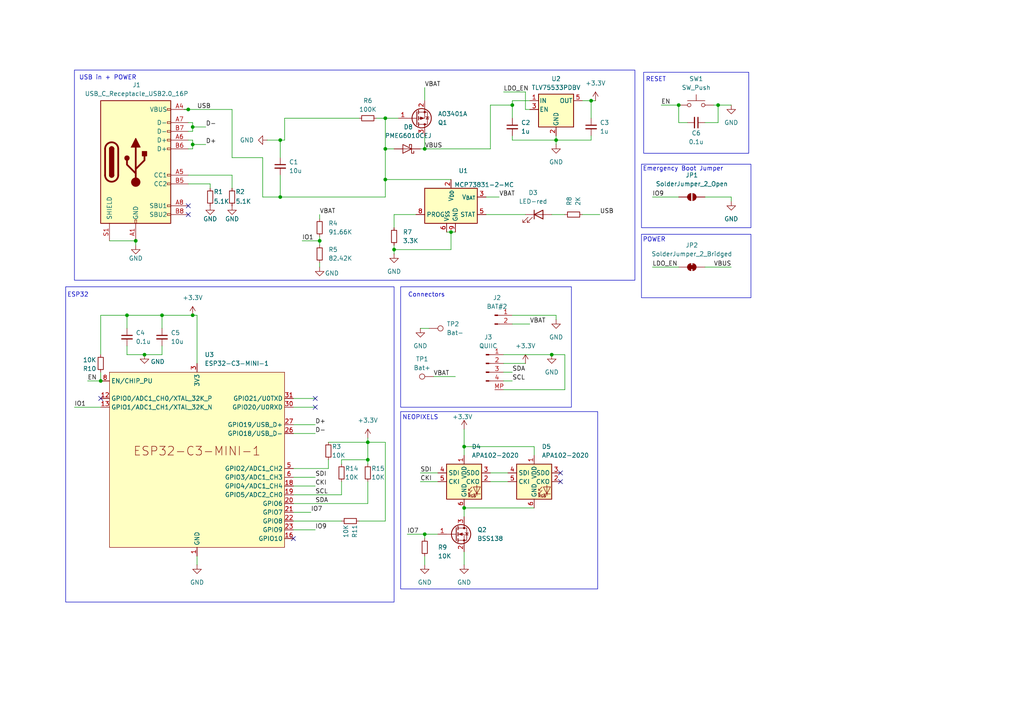
<source format=kicad_sch>
(kicad_sch (version 20231120) (generator "eeschema") (generator_version "8.0")
  (paper "A4")
  (lib_symbols
    (symbol "Battery_Management:MCP73831-2-MC"
      (property "Reference" "U" (at -7.62 6.35 0))
      (property "Value" "MCP73831-2-MC" (at 1.27 6.35 0))
      (symbol "MCP73831-2-MC_0_1"
        (rectangle (start -7.62 5.08) (end 7.62 -5.08) (stroke (width 0.254)) (fill (type background)))
      )
      (symbol "MCP73831-2-MC_1_0"
        (pin power_in line (at 1.27 -7.62 90) (length 2.54) (name "GND") (number "9"))
      )
      (symbol "MCP73831-2-MC_1_1"
        (pin passive line (at 0 7.62 270) (length 2.54) hide (name "V_{DD}") (number "1"))
        (pin power_in line (at 0 7.62 270) (length 2.54) (name "V_{DD}") (number "2"))
        (pin power_out line (at 10.16 2.54 180) (length 2.54) (name "V_{BAT}") (number "3"))
        (pin passive line (at 10.16 2.54 180) (length 2.54) hide (name "V_{BAT}") (number "4"))
        (pin tri_state line (at 10.16 -2.54 180) (length 2.54) (name "STAT") (number "5"))
        (pin power_in line (at -1.27 -7.62 90) (length 2.54) (name "V_{SS}") (number "6"))
        (pin no_connect line (at -7.62 2.54 0) (length 2.54) hide (name "NC") (number "7"))
        (pin input line (at -10.16 -2.54 0) (length 2.54) (name "PROG") (number "8"))
      )
    )
    (symbol "Connector:Conn_01x02_Pin" (pin_names (offset 1.016) hide)
      (property "Reference" "J" (at 0 2.54 0))
      (property "Value" "Conn_01x02_Pin" (at 0 -5.08 0))
      (symbol "Conn_01x02_Pin_1_1"
        (polyline (pts (xy 1.27 -2.54) (xy 0.8636 -2.54)) (stroke (width 0.1524)))
        (polyline (pts (xy 1.27 0) (xy 0.8636 0)) (stroke (width 0.1524)))
        (rectangle (start 0.8636 -2.413) (end 0 -2.667) (stroke (width 0.1524)) (fill (type outline)))
        (rectangle (start 0.8636 0.127) (end 0 -0.127) (stroke (width 0.1524)) (fill (type outline)))
        (pin passive line (at 5.08 0 180) (length 3.81) (name "Pin_1") (number "1"))
        (pin passive line (at 5.08 -2.54 180) (length 3.81) (name "Pin_2") (number "2"))
      )
    )
    (symbol "Connector:Conn_01x04_Pin" (pin_names (offset 1.016) hide)
      (property "Reference" "J3" (at 0.635 7.62 0))
      (property "Value" "QUIIC" (at 0.635 5.08 0))
      (symbol "Conn_01x04_Pin_1_0"
        (pin passive line (at 5.08 -7.62 180) (length 2.54) (name "MP") (number "MP"))
      )
      (symbol "Conn_01x04_Pin_1_1"
        (polyline (pts (xy 1.27 -5.08) (xy 0.8636 -5.08)) (stroke (width 0.1524)))
        (polyline (pts (xy 1.27 -2.54) (xy 0.8636 -2.54)) (stroke (width 0.1524)))
        (polyline (pts (xy 1.27 0) (xy 0.8636 0)) (stroke (width 0.1524)))
        (polyline (pts (xy 1.27 2.54) (xy 0.8636 2.54)) (stroke (width 0.1524)))
        (rectangle (start 0.8636 -4.953) (end 0 -5.207) (stroke (width 0.1524)) (fill (type outline)))
        (rectangle (start 0.8636 -2.413) (end 0 -2.667) (stroke (width 0.1524)) (fill (type outline)))
        (rectangle (start 0.8636 0.127) (end 0 -0.127) (stroke (width 0.1524)) (fill (type outline)))
        (rectangle (start 0.8636 2.667) (end 0 2.413) (stroke (width 0.1524)) (fill (type outline)))
        (pin passive line (at 5.08 2.54 180) (length 3.81) (name "Pin_1") (number "1"))
        (pin passive line (at 5.08 0 180) (length 3.81) (name "Pin_2") (number "2"))
        (pin passive line (at 5.08 -2.54 180) (length 3.81) (name "Pin_3") (number "3"))
        (pin passive line (at 5.08 -5.08 180) (length 3.81) (name "Pin_4") (number "4"))
      )
    )
    (symbol "Connector:TestPoint" (pin_numbers hide) (pin_names (offset 0.762) hide)
      (property "Reference" "TP" (at 0 6.858 0))
      (property "Value" "TestPoint" (at 0 5.08 0))
      (symbol "TestPoint_0_1"
        (circle (center 0 3.302) (radius 0.762))
      )
      (symbol "TestPoint_1_1"
        (pin passive line (at 0 0 90) (length 2.54) (name "1") (number "1"))
      )
    )
    (symbol "Connector:USB_C_Receptacle_USB2.0_16P" (pin_names (offset 1.016))
      (property "Reference" "J2" (at 0 22.86 0))
      (property "Value" "USB_C_Receptacle_USB2.0_16P" (at 0 20.32 0))
      (symbol "USB_C_Receptacle_USB2.0_16P_0_0"
        (rectangle (start -24.384 -35.56) (end -23.876 -34.544))
        (rectangle (start -13.97 -32.766) (end -14.986 -33.274))
        (rectangle (start -13.97 -30.226) (end -14.986 -30.734))
        (rectangle (start -13.97 -23.876) (end -14.986 -24.384))
        (rectangle (start -13.97 -21.336) (end -14.986 -21.844))
        (rectangle (start -13.97 -13.716) (end -14.986 -14.224))
        (rectangle (start -13.97 -11.176) (end -14.986 -11.684))
        (rectangle (start -13.97 -8.636) (end -14.986 -9.144))
        (rectangle (start -13.97 -6.096) (end -14.986 -6.604))
        (rectangle (start -13.97 -2.286) (end -14.986 -2.794))
      )
      (symbol "USB_C_Receptacle_USB2.0_16P_0_1"
        (rectangle (start -34.29 0) (end -13.97 -35.56) (stroke (width 0.254)) (fill (type background)))
        (arc (start -33.02 -21.59) (mid -31.115 -23.4867) (end -29.21 -21.59) (stroke (width 0.508)))
        (arc (start -31.75 -21.59) (mid -31.115 -22.2223) (end -30.48 -21.59) (stroke (width 0.254)))
        (arc (start -31.75 -21.59) (mid -31.115 -22.2223) (end -30.48 -21.59) (stroke (width 0.254)) (fill (type outline)))
        (rectangle (start -31.75 -21.59) (end -30.48 -13.97) (stroke (width 0.254)) (fill (type outline)))
        (arc (start -30.48 -13.97) (mid -31.115 -13.3377) (end -31.75 -13.97) (stroke (width 0.254)))
        (arc (start -30.48 -13.97) (mid -31.115 -13.3377) (end -31.75 -13.97) (stroke (width 0.254)) (fill (type outline)))
        (arc (start -29.21 -13.97) (mid -31.115 -12.0733) (end -33.02 -13.97) (stroke (width 0.508)))
        (circle (center -26.67 -16.637) (radius 0.635) (stroke (width 0.254)) (fill (type outline)))
        (circle (center -24.13 -23.622) (radius 1.27) (fill (type outline)))
        (rectangle (start -22.225 -16.002) (end -20.955 -14.732) (stroke (width 0.254)) (fill (type outline)))
        (polyline (pts (xy -33.02 -21.59) (xy -33.02 -13.97)) (stroke (width 0.508)))
        (polyline (pts (xy -29.21 -13.97) (xy -29.21 -21.59)) (stroke (width 0.508)))
        (polyline (pts (xy -24.13 -23.622) (xy -24.13 -13.462)) (stroke (width 0.508)))
        (polyline (pts (xy -24.13 -21.082) (xy -26.67 -18.542) (xy -26.67 -17.272)) (stroke (width 0.508)))
        (polyline (pts (xy -24.13 -19.812) (xy -21.59 -17.272) (xy -21.59 -16.002)) (stroke (width 0.508)))
        (polyline (pts (xy -25.4 -13.462) (xy -24.13 -10.922) (xy -22.86 -13.462) (xy -25.4 -13.462)) (stroke (width 0.254)) (fill (type outline)))
      )
      (symbol "USB_C_Receptacle_USB2.0_16P_1_1"
        (pin passive line (at -24.13 -40.64 90) (length 5.08) (name "GND") (number "A1"))
        (pin passive line (at -24.13 -40.64 90) (length 5.08) hide (name "GND") (number "A12"))
        (pin passive line (at -8.89 -2.54 180) (length 5.08) (name "VBUS") (number "A4"))
        (pin bidirectional line (at -8.89 -21.59 180) (length 5.08) (name "CC1") (number "A5"))
        (pin bidirectional line (at -8.89 -11.43 180) (length 5.08) (name "D+") (number "A6"))
        (pin bidirectional line (at -8.89 -6.35 180) (length 5.08) (name "D-") (number "A7"))
        (pin bidirectional line (at -8.89 -30.48 180) (length 5.08) (name "SBU1") (number "A8"))
        (pin passive line (at -8.89 -2.54 180) (length 5.08) hide (name "VBUS") (number "A9"))
        (pin passive line (at -24.13 -40.64 90) (length 5.08) hide (name "GND") (number "B1"))
        (pin passive line (at -24.13 -40.64 90) (length 5.08) hide (name "GND") (number "B12"))
        (pin passive line (at -8.89 -2.54 180) (length 5.08) hide (name "VBUS") (number "B4"))
        (pin bidirectional line (at -8.89 -24.13 180) (length 5.08) (name "CC2") (number "B5"))
        (pin bidirectional line (at -8.89 -13.97 180) (length 5.08) (name "D+") (number "B6"))
        (pin bidirectional line (at -8.89 -8.89 180) (length 5.08) (name "D-") (number "B7"))
        (pin bidirectional line (at -8.89 -33.02 180) (length 5.08) (name "SBU2") (number "B8"))
        (pin passive line (at -8.89 -2.54 180) (length 5.08) hide (name "VBUS") (number "B9"))
        (pin passive line (at -31.75 -40.64 90) (length 5.08) (name "SHIELD") (number "S1"))
      )
    )
    (symbol "Device:C_Small" (pin_numbers hide) (pin_names (offset 0.254) hide)
      (property "Reference" "C" (at 0.254 1.778 0))
      (property "Value" "C_Small" (at 0.254 -2.032 0))
      (symbol "C_Small_0_1"
        (polyline (pts (xy -1.524 -0.508) (xy 1.524 -0.508)) (stroke (width 0.3302)))
        (polyline (pts (xy -1.524 0.508) (xy 1.524 0.508)) (stroke (width 0.3048)))
      )
      (symbol "C_Small_1_1"
        (pin passive line (at 0 2.54 270) (length 2.032) (name "~") (number "1"))
        (pin passive line (at 0 -2.54 90) (length 2.032) (name "~") (number "2"))
      )
    )
    (symbol "Device:LED" (pin_numbers hide) (pin_names (offset 1.016) hide)
      (property "Reference" "D" (at 0 2.54 0))
      (property "Value" "LED" (at 0 -2.54 0))
      (symbol "LED_0_1"
        (polyline (pts (xy -1.27 -1.27) (xy -1.27 1.27)) (stroke (width 0.254)))
        (polyline (pts (xy -1.27 0) (xy 1.27 0)))
        (polyline (pts (xy 1.27 -1.27) (xy 1.27 1.27) (xy -1.27 0) (xy 1.27 -1.27)) (stroke (width 0.254)))
        (polyline (pts (xy -3.048 -0.762) (xy -4.572 -2.286) (xy -3.81 -2.286) (xy -4.572 -2.286) (xy -4.572 -1.524)))
        (polyline (pts (xy -1.778 -0.762) (xy -3.302 -2.286) (xy -2.54 -2.286) (xy -3.302 -2.286) (xy -3.302 -1.524)))
      )
      (symbol "LED_1_1"
        (pin passive line (at -3.81 0 0) (length 2.54) (name "K") (number "1"))
        (pin passive line (at 3.81 0 180) (length 2.54) (name "A") (number "2"))
      )
    )
    (symbol "Device:R_Small" (pin_numbers hide) (pin_names (offset 0.254) hide)
      (property "Reference" "R" (at 0.762 0.508 0))
      (property "Value" "R_Small" (at 0.762 -1.016 0))
      (symbol "R_Small_0_1"
        (rectangle (start -0.762 1.778) (end 0.762 -1.778) (stroke (width 0.2032)))
      )
      (symbol "R_Small_1_1"
        (pin passive line (at 0 2.54 270) (length 0.762) (name "~") (number "1"))
        (pin passive line (at 0 -2.54 90) (length 0.762) (name "~") (number "2"))
      )
    )
    (symbol "Diode:PMEG6010CEJ" (pin_numbers hide) (pin_names hide)
      (property "Reference" "D" (at 0 2.54 0))
      (property "Value" "PMEG6010CEJ" (at 0 -2.54 0))
      (symbol "PMEG6010CEJ_0_1"
        (polyline (pts (xy 1.27 0) (xy -1.27 0)))
        (polyline (pts (xy 1.27 1.27) (xy 1.27 -1.27) (xy -1.27 0) (xy 1.27 1.27)) (stroke (width 0.2032)))
        (polyline (pts (xy -1.905 0.635) (xy -1.905 1.27) (xy -1.27 1.27) (xy -1.27 -1.27) (xy -0.635 -1.27) (xy -0.635 -0.635)) (stroke (width 0.2032)))
      )
      (symbol "PMEG6010CEJ_1_1"
        (pin passive line (at -3.81 0 0) (length 2.54) (name "K") (number "1"))
        (pin passive line (at 3.81 0 180) (length 2.54) (name "A") (number "2"))
      )
    )
    (symbol "Espressif:ESP32-C3-MINI-1"
      (property "Reference" "U" (at -25.4 30.48 0))
      (property "Value" "ESP32-C3-MINI-1" (at -25.4 27.94 0))
      (symbol "ESP32-C3-MINI-1_0_0"
        (text "ESP32-C3-MINI-1" (at 0 2.54 0) (effects (font (size 2.54 2.54))))
      )
      (symbol "ESP32-C3-MINI-1_0_1"
        (rectangle (start -25.4 25.4) (end 25.4 -25.4) (fill (type background)))
      )
      (symbol "ESP32-C3-MINI-1_1_1"
        (pin power_in line (at 0 -27.94 90) (length 2.54) (name "GND") (number "1"))
        (pin no_connect line (at -25.4 2.54 0) (length 2.54) hide (name "NC") (number "10"))
        (pin passive line (at 0 -27.94 90) (length 2.54) hide (name "GND") (number "11"))
        (pin bidirectional line (at -27.94 17.78 0) (length 2.54) (name "GPIO0/ADC1_CH0/XTAL_32K_P") (number "12"))
        (pin bidirectional line (at -27.94 15.24 0) (length 2.54) (name "GPIO1/ADC1_CH1/XTAL_32K_N") (number "13"))
        (pin passive line (at 0 -27.94 90) (length 2.54) hide (name "GND") (number "14"))
        (pin no_connect line (at -25.4 0 0) (length 2.54) hide (name "NC") (number "15"))
        (pin bidirectional line (at 27.94 -22.86 180) (length 2.54) (name "GPIO10") (number "16"))
        (pin no_connect line (at -25.4 -2.54 0) (length 2.54) hide (name "NC") (number "17"))
        (pin bidirectional line (at 27.94 -7.62 180) (length 2.54) (name "GPIO4/ADC1_CH4") (number "18"))
        (pin bidirectional line (at 27.94 -10.16 180) (length 2.54) (name "GPIO5/ADC2_CH0") (number "19"))
        (pin passive line (at 0 -27.94 90) (length 2.54) hide (name "GND") (number "2"))
        (pin bidirectional line (at 27.94 -12.7 180) (length 2.54) (name "GPIO6") (number "20"))
        (pin bidirectional line (at 27.94 -15.24 180) (length 2.54) (name "GPIO7") (number "21"))
        (pin bidirectional line (at 27.94 -17.78 180) (length 2.54) (name "GPIO8") (number "22"))
        (pin bidirectional line (at 27.94 -20.32 180) (length 2.54) (name "GPIO9") (number "23"))
        (pin no_connect line (at -25.4 -5.08 0) (length 2.54) hide (name "NC") (number "24"))
        (pin no_connect line (at -25.4 -7.62 0) (length 2.54) hide (name "NC") (number "25"))
        (pin bidirectional line (at 27.94 7.62 180) (length 2.54) (name "GPIO18/USB_D-") (number "26"))
        (pin bidirectional line (at 27.94 10.16 180) (length 2.54) (name "GPIO19/USB_D+") (number "27"))
        (pin no_connect line (at -25.4 -10.16 0) (length 2.54) hide (name "NC") (number "28"))
        (pin no_connect line (at -25.4 -12.7 0) (length 2.54) hide (name "NC") (number "29"))
        (pin power_in line (at 0 27.94 270) (length 2.54) (name "3V3") (number "3"))
        (pin bidirectional line (at 27.94 15.24 180) (length 2.54) (name "GPIO20/U0RXD") (number "30"))
        (pin bidirectional line (at 27.94 17.78 180) (length 2.54) (name "GPIO21/U0TXD") (number "31"))
        (pin no_connect line (at -25.4 -15.24 0) (length 2.54) hide (name "NC") (number "32"))
        (pin no_connect line (at -25.4 -17.78 0) (length 2.54) hide (name "NC") (number "33"))
        (pin no_connect line (at -25.4 -20.32 0) (length 2.54) hide (name "NC") (number "34"))
        (pin no_connect line (at -25.4 -22.86 0) (length 2.54) hide (name "NC") (number "35"))
        (pin passive line (at 0 -27.94 90) (length 2.54) hide (name "GND") (number "36"))
        (pin passive line (at 0 -27.94 90) (length 2.54) hide (name "GND") (number "37"))
        (pin passive line (at 0 -27.94 90) (length 2.54) hide (name "GND") (number "38"))
        (pin passive line (at 0 -27.94 90) (length 2.54) hide (name "GND") (number "39"))
        (pin no_connect line (at -25.4 10.16 0) (length 2.54) hide (name "NC") (number "4"))
        (pin passive line (at 0 -27.94 90) (length 2.54) hide (name "GND") (number "40"))
        (pin passive line (at 0 -27.94 90) (length 2.54) hide (name "GND") (number "41"))
        (pin passive line (at 0 -27.94 90) (length 2.54) hide (name "GND") (number "42"))
        (pin passive line (at 0 -27.94 90) (length 2.54) hide (name "GND") (number "43"))
        (pin passive line (at 0 -27.94 90) (length 2.54) hide (name "GND") (number "44"))
        (pin passive line (at 0 -27.94 90) (length 2.54) hide (name "GND") (number "45"))
        (pin passive line (at 0 -27.94 90) (length 2.54) hide (name "GND") (number "46"))
        (pin passive line (at 0 -27.94 90) (length 2.54) hide (name "GND") (number "47"))
        (pin passive line (at 0 -27.94 90) (length 2.54) hide (name "GND") (number "48"))
        (pin passive line (at 0 -27.94 90) (length 2.54) hide (name "GND") (number "49"))
        (pin bidirectional line (at 27.94 -2.54 180) (length 2.54) (name "GPIO2/ADC1_CH2") (number "5"))
        (pin passive line (at 0 -27.94 90) (length 2.54) hide (name "GND") (number "50"))
        (pin passive line (at 0 -27.94 90) (length 2.54) hide (name "GND") (number "51"))
        (pin passive line (at 0 -27.94 90) (length 2.54) hide (name "GND") (number "52"))
        (pin passive line (at 0 -27.94 90) (length 2.54) hide (name "GND") (number "53"))
        (pin bidirectional line (at 27.94 -5.08 180) (length 2.54) (name "GPIO3/ADC1_CH3") (number "6"))
        (pin no_connect line (at -25.4 7.62 0) (length 2.54) hide (name "NC") (number "7"))
        (pin input line (at -27.94 22.86 0) (length 2.54) (name "EN/CHIP_PU") (number "8"))
        (pin no_connect line (at -25.4 5.08 0) (length 2.54) hide (name "NC") (number "9"))
      )
    )
    (symbol "Jumper:SolderJumper_2_Bridged" (pin_numbers hide) (pin_names (offset 0) hide) (exclude_from_sim yes) (in_bom no)
      (property "Reference" "JP" (at 0 2.032 0))
      (property "Value" "SolderJumper_2_Bridged" (at 0 -2.54 0))
      (symbol "SolderJumper_2_Bridged_0_1"
        (rectangle (start -0.508 0.508) (end 0.508 -0.508) (fill (type outline)))
        (arc (start -0.254 1.016) (mid -1.2656 0) (end -0.254 -1.016))
        (arc (start -0.254 1.016) (mid -1.2656 0) (end -0.254 -1.016) (fill (type outline)))
        (polyline (pts (xy -0.254 1.016) (xy -0.254 -1.016)))
        (polyline (pts (xy 0.254 1.016) (xy 0.254 -1.016)))
        (arc (start 0.254 -1.016) (mid 1.2656 0) (end 0.254 1.016))
        (arc (start 0.254 -1.016) (mid 1.2656 0) (end 0.254 1.016) (fill (type outline)))
      )
      (symbol "SolderJumper_2_Bridged_1_1"
        (pin passive line (at -3.81 0 0) (length 2.54) (name "A") (number "1"))
        (pin passive line (at 3.81 0 180) (length 2.54) (name "B") (number "2"))
      )
    )
    (symbol "Jumper:SolderJumper_2_Open" (pin_numbers hide) (pin_names (offset 0) hide) (exclude_from_sim yes) (in_bom no)
      (property "Reference" "JP" (at 0 2.032 0))
      (property "Value" "SolderJumper_2_Open" (at 0 -2.54 0))
      (symbol "SolderJumper_2_Open_0_1"
        (arc (start -0.254 1.016) (mid -1.2656 0) (end -0.254 -1.016))
        (arc (start -0.254 1.016) (mid -1.2656 0) (end -0.254 -1.016) (fill (type outline)))
        (polyline (pts (xy -0.254 1.016) (xy -0.254 -1.016)))
        (polyline (pts (xy 0.254 1.016) (xy 0.254 -1.016)))
        (arc (start 0.254 -1.016) (mid 1.2656 0) (end 0.254 1.016))
        (arc (start 0.254 -1.016) (mid 1.2656 0) (end 0.254 1.016) (fill (type outline)))
      )
      (symbol "SolderJumper_2_Open_1_1"
        (pin passive line (at -3.81 0 0) (length 2.54) (name "A") (number "1"))
        (pin passive line (at 3.81 0 180) (length 2.54) (name "B") (number "2"))
      )
    )
    (symbol "LED:APA102-2020"
      (property "Reference" "D" (at 5.08 5.715 0))
      (property "Value" "APA102-2020" (at 1.27 -5.715 0))
      (symbol "APA102-2020_0_0"
        (text "RGB" (at 2.286 -4.191 0) (effects (font (size 0.762 0.762))))
      )
      (symbol "APA102-2020_0_1"
        (polyline (pts (xy 1.27 -3.556) (xy 1.778 -3.556)))
        (polyline (pts (xy 1.27 -2.54) (xy 1.778 -2.54)))
        (polyline (pts (xy 4.699 -3.556) (xy 2.667 -3.556)))
        (polyline (pts (xy 2.286 -2.54) (xy 1.27 -3.556) (xy 1.27 -3.048)))
        (polyline (pts (xy 2.286 -1.524) (xy 1.27 -2.54) (xy 1.27 -2.032)))
        (polyline (pts (xy 3.683 -1.016) (xy 3.683 -3.556) (xy 3.683 -4.064)))
        (polyline (pts (xy 4.699 -1.524) (xy 2.667 -1.524) (xy 3.683 -3.556) (xy 4.699 -1.524)))
        (rectangle (start 5.08 5.08) (end -5.08 -5.08) (stroke (width 0.254)) (fill (type background)))
      )
      (symbol "APA102-2020_1_1"
        (pin power_in line (at 0 7.62 270) (length 2.54) (name "VDD") (number "1"))
        (pin output line (at 7.62 0 180) (length 2.54) (name "CKO") (number "2"))
        (pin output line (at 7.62 2.54 180) (length 2.54) (name "SDO") (number "3"))
        (pin input line (at -7.62 2.54 0) (length 2.54) (name "SDI") (number "4"))
        (pin input line (at -7.62 0 0) (length 2.54) (name "CKI") (number "5"))
        (pin power_in line (at 0 -7.62 90) (length 2.54) (name "GND") (number "6"))
      )
    )
    (symbol "Regulator_Linear:TLV75533PDBV" (pin_names (offset 0.254))
      (property "Reference" "U" (at -3.81 5.715 0))
      (property "Value" "TLV75533PDBV" (at 0 5.715 0))
      (symbol "TLV75533PDBV_0_1"
        (rectangle (start -5.08 4.445) (end 5.08 -5.08) (stroke (width 0.254)) (fill (type background)))
      )
      (symbol "TLV75533PDBV_1_1"
        (pin power_in line (at -7.62 2.54 0) (length 2.54) (name "IN") (number "1"))
        (pin power_in line (at 0 -7.62 90) (length 2.54) (name "GND") (number "2"))
        (pin input line (at -7.62 0 0) (length 2.54) (name "EN") (number "3"))
        (pin no_connect line (at 5.08 0 180) (length 2.54) hide (name "NC") (number "4"))
        (pin power_out line (at 7.62 2.54 180) (length 2.54) (name "OUT") (number "5"))
      )
    )
    (symbol "Switch:SW_Push" (pin_numbers hide) (pin_names (offset 1.016) hide)
      (property "Reference" "SW" (at 1.27 2.54 0))
      (property "Value" "SW_Push" (at 0 -1.524 0))
      (symbol "SW_Push_0_1"
        (circle (center -2.032 0) (radius 0.508))
        (polyline (pts (xy 0 1.27) (xy 0 3.048)))
        (polyline (pts (xy 2.54 1.27) (xy -2.54 1.27)))
        (circle (center 2.032 0) (radius 0.508))
        (pin passive line (at -5.08 0 0) (length 2.54) (name "1") (number "1"))
        (pin passive line (at 5.08 0 180) (length 2.54) (name "2") (number "2"))
      )
    )
    (symbol "Transistor_FET:AO3401A" (pin_names hide)
      (property "Reference" "Q" (at 5.08 1.905 0))
      (property "Value" "AO3401A" (at 5.08 0 0))
      (symbol "AO3401A_0_1"
        (polyline (pts (xy 0.254 0) (xy -2.54 0)))
        (polyline (pts (xy 0.254 1.905) (xy 0.254 -1.905)) (stroke (width 0.254)))
        (polyline (pts (xy 0.762 -1.27) (xy 0.762 -2.286)) (stroke (width 0.254)))
        (polyline (pts (xy 0.762 0.508) (xy 0.762 -0.508)) (stroke (width 0.254)))
        (polyline (pts (xy 0.762 2.286) (xy 0.762 1.27)) (stroke (width 0.254)))
        (polyline (pts (xy 2.54 2.54) (xy 2.54 1.778)))
        (polyline (pts (xy 2.54 -2.54) (xy 2.54 0) (xy 0.762 0)))
        (polyline (pts (xy 0.762 1.778) (xy 3.302 1.778) (xy 3.302 -1.778) (xy 0.762 -1.778)))
        (polyline (pts (xy 2.286 0) (xy 1.27 0.381) (xy 1.27 -0.381) (xy 2.286 0)) (fill (type outline)))
        (polyline (pts (xy 2.794 -0.508) (xy 2.921 -0.381) (xy 3.683 -0.381) (xy 3.81 -0.254)))
        (polyline (pts (xy 3.302 -0.381) (xy 2.921 0.254) (xy 3.683 0.254) (xy 3.302 -0.381)))
        (circle (center 1.651 0) (radius 2.794) (stroke (width 0.254)))
        (circle (center 2.54 -1.778) (radius 0.254) (fill (type outline)))
        (circle (center 2.54 1.778) (radius 0.254) (fill (type outline)))
      )
      (symbol "AO3401A_1_1"
        (pin input line (at -5.08 0 0) (length 2.54) (name "G") (number "1"))
        (pin passive line (at 2.54 -5.08 90) (length 2.54) (name "S") (number "2"))
        (pin passive line (at 2.54 5.08 270) (length 2.54) (name "D") (number "3"))
      )
    )
    (symbol "Transistor_FET:BSS138" (pin_names hide)
      (property "Reference" "Q" (at 5.08 1.905 0))
      (property "Value" "BSS138" (at 5.08 0 0))
      (symbol "BSS138_0_1"
        (polyline (pts (xy 0.254 0) (xy -2.54 0)))
        (polyline (pts (xy 0.254 1.905) (xy 0.254 -1.905)) (stroke (width 0.254)))
        (polyline (pts (xy 0.762 -1.27) (xy 0.762 -2.286)) (stroke (width 0.254)))
        (polyline (pts (xy 0.762 0.508) (xy 0.762 -0.508)) (stroke (width 0.254)))
        (polyline (pts (xy 0.762 2.286) (xy 0.762 1.27)) (stroke (width 0.254)))
        (polyline (pts (xy 2.54 2.54) (xy 2.54 1.778)))
        (polyline (pts (xy 2.54 -2.54) (xy 2.54 0) (xy 0.762 0)))
        (polyline (pts (xy 0.762 -1.778) (xy 3.302 -1.778) (xy 3.302 1.778) (xy 0.762 1.778)))
        (polyline (pts (xy 1.016 0) (xy 2.032 0.381) (xy 2.032 -0.381) (xy 1.016 0)) (fill (type outline)))
        (polyline (pts (xy 2.794 0.508) (xy 2.921 0.381) (xy 3.683 0.381) (xy 3.81 0.254)))
        (polyline (pts (xy 3.302 0.381) (xy 2.921 -0.254) (xy 3.683 -0.254) (xy 3.302 0.381)))
        (circle (center 1.651 0) (radius 2.794) (stroke (width 0.254)))
        (circle (center 2.54 -1.778) (radius 0.254) (fill (type outline)))
        (circle (center 2.54 1.778) (radius 0.254) (fill (type outline)))
      )
      (symbol "BSS138_1_1"
        (pin input line (at -5.08 0 0) (length 2.54) (name "G") (number "1"))
        (pin passive line (at 2.54 -5.08 90) (length 2.54) (name "S") (number "2"))
        (pin passive line (at 2.54 5.08 270) (length 2.54) (name "D") (number "3"))
      )
    )
    (symbol "power:+3.3V" (power) (pin_numbers hide) (pin_names (offset 0) hide)
      (property "Value" "+3.3V" (at 0 3.556 0))
      (symbol "+3.3V_0_1"
        (polyline (pts (xy -0.762 1.27) (xy 0 2.54)))
        (polyline (pts (xy 0 0) (xy 0 2.54)))
        (polyline (pts (xy 0 2.54) (xy 0.762 1.27)))
      )
      (symbol "+3.3V_1_1"
        (pin power_in line (at 0 0 90) (length 0) (name "~") (number "1"))
      )
    )
    (symbol "power:GND" (power) (pin_numbers hide) (pin_names (offset 0) hide)
      (property "Value" "GND" (at 0 -3.81 0))
      (symbol "GND_0_1"
        (polyline (pts (xy 0 0) (xy 0 -1.27) (xy 1.27 -1.27) (xy 0 -2.54) (xy -1.27 -1.27) (xy 0 -1.27)))
      )
      (symbol "GND_1_1"
        (pin power_in line (at 0 0 270) (length 0) (name "~") (number "1"))
      )
    )
  )
  (junction (at 160.02 102.87))
  (junction (at 55.88 91.44))
  (junction (at 81.28 40.64))
  (junction (at 54.61 31.75))
  (junction (at 106.68 133.35))
  (junction (at 55.88 36.83))
  (junction (at 130.81 67.31))
  (junction (at 208.28 30.48))
  (junction (at 111.76 52.07))
  (junction (at 111.76 43.18))
  (junction (at 106.68 128.27))
  (junction (at 161.29 40.64))
  (junction (at 55.88 41.91))
  (junction (at 134.62 129.54))
  (junction (at 36.83 91.44))
  (junction (at 81.28 57.15))
  (junction (at 92.71 69.85))
  (junction (at 114.3 72.39))
  (junction (at 171.45 29.21))
  (junction (at 41.91 102.87))
  (junction (at 148.59 30.48))
  (junction (at 111.76 34.29))
  (junction (at 134.62 147.32))
  (junction (at 39.37 69.85))
  (junction (at 196.85 30.48))
  (junction (at 123.19 154.94))
  (junction (at 46.99 91.44))
  (junction (at 123.19 43.18))
  (junction (at 29.21 110.49))
  (no_connect (at 91.44 115.57))
  (no_connect (at 29.21 115.57))
  (no_connect (at 91.44 118.11))
  (no_connect (at 85.09 156.21))
  (no_connect (at 54.61 59.69))
  (no_connect (at 162.56 137.16))
  (no_connect (at 54.61 62.23))
  (no_connect (at 162.56 139.7))
  (wire (pts (xy 67.31 45.72) (xy 76.2 45.72)))
  (wire (pts (xy 146.05 102.87) (xy 160.02 102.87)))
  (wire (pts (xy 99.06 134.62) (xy 99.06 133.35)))
  (wire (pts (xy 148.59 30.48) (xy 148.59 34.29)))
  (wire (pts (xy 153.67 31.75) (xy 152.4 31.75)))
  (wire (pts (xy 53.34 31.75) (xy 54.61 31.75)))
  (wire (pts (xy 36.83 91.44) (xy 36.83 95.25)))
  (wire (pts (xy 41.91 102.87) (xy 46.99 102.87)))
  (wire (pts (xy 148.59 39.37) (xy 148.59 40.64)))
  (wire (pts (xy 123.19 161.29) (xy 123.19 163.83)))
  (wire (pts (xy 134.62 124.46) (xy 134.62 129.54)))
  (wire (pts (xy 129.54 67.31) (xy 130.81 67.31)))
  (wire (pts (xy 31.75 69.85) (xy 39.37 69.85)))
  (wire (pts (xy 163.83 102.87) (xy 160.02 102.87)))
  (wire (pts (xy 25.4 110.49) (xy 29.21 110.49)))
  (wire (pts (xy 36.83 91.44) (xy 46.99 91.44)))
  (wire (pts (xy 55.88 35.56) (xy 55.88 36.83)))
  (wire (pts (xy 55.88 36.83) (xy 55.88 38.1)))
  (wire (pts (xy 189.23 57.15) (xy 196.85 57.15)))
  (wire (pts (xy 54.61 40.64) (xy 55.88 40.64)))
  (wire (pts (xy 146.05 107.95) (xy 148.59 107.95)))
  (wire (pts (xy 118.11 154.94) (xy 123.19 154.94)))
  (wire (pts (xy 57.15 105.41) (xy 57.15 91.44)))
  (wire (pts (xy 148.59 40.64) (xy 161.29 40.64)))
  (wire (pts (xy 204.47 57.15) (xy 212.09 57.15)))
  (wire (pts (xy 54.61 50.8) (xy 67.31 50.8)))
  (wire (pts (xy 54.61 38.1) (xy 55.88 38.1)))
  (wire (pts (xy 146.05 26.67) (xy 152.4 26.67)))
  (wire (pts (xy 81.28 57.15) (xy 111.76 57.15)))
  (wire (pts (xy 171.45 39.37) (xy 171.45 40.64)))
  (wire (pts (xy 55.88 41.91) (xy 59.69 41.91)))
  (wire (pts (xy 208.28 30.48) (xy 212.09 30.48)))
  (wire (pts (xy 123.19 39.37) (xy 123.19 43.18)))
  (wire (pts (xy 54.61 53.34) (xy 60.96 53.34)))
  (wire (pts (xy 148.59 93.98) (xy 153.67 93.98)))
  (wire (pts (xy 111.76 43.18) (xy 114.3 43.18)))
  (wire (pts (xy 160.02 62.23) (xy 163.83 62.23)))
  (wire (pts (xy 142.24 139.7) (xy 147.32 139.7)))
  (wire (pts (xy 111.76 52.07) (xy 130.81 52.07)))
  (wire (pts (xy 29.21 107.95) (xy 29.21 110.49)))
  (wire (pts (xy 142.24 30.48) (xy 148.59 30.48)))
  (wire (pts (xy 114.3 72.39) (xy 114.3 73.66)))
  (wire (pts (xy 85.09 140.97) (xy 91.44 140.97)))
  (wire (pts (xy 21.59 118.11) (xy 29.21 118.11)))
  (wire (pts (xy 121.92 137.16) (xy 127 137.16)))
  (wire (pts (xy 152.4 31.75) (xy 152.4 26.67)))
  (wire (pts (xy 106.68 128.27) (xy 106.68 127)))
  (wire (pts (xy 148.59 29.21) (xy 153.67 29.21)))
  (wire (pts (xy 55.88 43.18) (xy 54.61 43.18)))
  (wire (pts (xy 125.73 109.22) (xy 132.08 109.22)))
  (wire (pts (xy 120.65 62.23) (xy 114.3 62.23)))
  (wire (pts (xy 111.76 43.18) (xy 111.76 52.07)))
  (wire (pts (xy 85.09 123.19) (xy 91.44 123.19)))
  (wire (pts (xy 92.71 69.85) (xy 92.71 71.12)))
  (wire (pts (xy 123.19 25.4) (xy 123.19 29.21)))
  (wire (pts (xy 55.88 91.44) (xy 57.15 91.44)))
  (wire (pts (xy 199.39 35.56) (xy 196.85 35.56)))
  (wire (pts (xy 134.62 160.02) (xy 134.62 163.83)))
  (wire (pts (xy 121.92 43.18) (xy 123.19 43.18)))
  (wire (pts (xy 204.47 77.47) (xy 212.09 77.47)))
  (wire (pts (xy 85.09 143.51) (xy 99.06 143.51)))
  (wire (pts (xy 154.94 147.32) (xy 134.62 147.32)))
  (wire (pts (xy 134.62 129.54) (xy 154.94 129.54)))
  (wire (pts (xy 189.23 77.47) (xy 196.85 77.47)))
  (wire (pts (xy 60.96 53.34) (xy 60.96 54.61)))
  (wire (pts (xy 85.09 151.13) (xy 99.06 151.13)))
  (wire (pts (xy 36.83 102.87) (xy 41.91 102.87)))
  (wire (pts (xy 81.28 40.64) (xy 82.55 40.64)))
  (wire (pts (xy 67.31 31.75) (xy 67.31 45.72)))
  (wire (pts (xy 106.68 133.35) (xy 106.68 134.62)))
  (wire (pts (xy 85.09 153.67) (xy 91.44 153.67)))
  (wire (pts (xy 168.91 62.23) (xy 173.99 62.23)))
  (wire (pts (xy 92.71 76.2) (xy 92.71 77.47)))
  (wire (pts (xy 163.83 113.03) (xy 163.83 102.87)))
  (wire (pts (xy 95.25 133.35) (xy 95.25 135.89)))
  (wire (pts (xy 85.09 146.05) (xy 106.68 146.05)))
  (wire (pts (xy 130.81 67.31) (xy 132.08 67.31)))
  (wire (pts (xy 123.19 154.94) (xy 123.19 156.21)))
  (wire (pts (xy 57.15 161.29) (xy 57.15 163.83)))
  (wire (pts (xy 99.06 143.51) (xy 99.06 139.7)))
  (wire (pts (xy 148.59 30.48) (xy 148.59 29.21)))
  (wire (pts (xy 109.22 34.29) (xy 111.76 34.29)))
  (wire (pts (xy 161.29 39.37) (xy 161.29 40.64)))
  (wire (pts (xy 212.09 57.15) (xy 212.09 58.42)))
  (wire (pts (xy 114.3 62.23) (xy 114.3 66.04)))
  (wire (pts (xy 85.09 138.43) (xy 91.44 138.43)))
  (wire (pts (xy 171.45 29.21) (xy 172.72 29.21)))
  (wire (pts (xy 82.55 34.29) (xy 82.55 40.64)))
  (wire (pts (xy 92.71 68.58) (xy 92.71 69.85)))
  (wire (pts (xy 92.71 62.23) (xy 92.71 63.5)))
  (wire (pts (xy 46.99 102.87) (xy 46.99 100.33)))
  (wire (pts (xy 146.05 105.41) (xy 152.4 105.41)))
  (wire (pts (xy 111.76 34.29) (xy 115.57 34.29)))
  (wire (pts (xy 55.88 40.64) (xy 55.88 41.91)))
  (wire (pts (xy 204.47 35.56) (xy 208.28 35.56)))
  (wire (pts (xy 85.09 125.73) (xy 91.44 125.73)))
  (wire (pts (xy 142.24 137.16) (xy 147.32 137.16)))
  (wire (pts (xy 161.29 40.64) (xy 171.45 40.64)))
  (wire (pts (xy 140.97 57.15) (xy 144.78 57.15)))
  (wire (pts (xy 99.06 133.35) (xy 106.68 133.35)))
  (wire (pts (xy 142.24 43.18) (xy 142.24 30.48)))
  (wire (pts (xy 95.25 128.27) (xy 106.68 128.27)))
  (wire (pts (xy 130.81 72.39) (xy 130.81 67.31)))
  (wire (pts (xy 123.19 43.18) (xy 142.24 43.18)))
  (wire (pts (xy 54.61 31.75) (xy 67.31 31.75)))
  (wire (pts (xy 146.05 110.49) (xy 148.59 110.49)))
  (wire (pts (xy 123.19 154.94) (xy 127 154.94)))
  (wire (pts (xy 168.91 29.21) (xy 171.45 29.21)))
  (wire (pts (xy 171.45 29.21) (xy 171.45 34.29)))
  (wire (pts (xy 207.01 30.48) (xy 208.28 30.48)))
  (wire (pts (xy 191.77 30.48) (xy 196.85 30.48)))
  (wire (pts (xy 76.2 45.72) (xy 76.2 57.15)))
  (wire (pts (xy 111.76 52.07) (xy 111.76 57.15)))
  (wire (pts (xy 29.21 91.44) (xy 36.83 91.44)))
  (wire (pts (xy 87.63 69.85) (xy 92.71 69.85)))
  (wire (pts (xy 124.46 95.25) (xy 121.92 95.25)))
  (wire (pts (xy 85.09 135.89) (xy 95.25 135.89)))
  (wire (pts (xy 76.2 57.15) (xy 81.28 57.15)))
  (wire (pts (xy 81.28 40.64) (xy 81.28 45.72)))
  (wire (pts (xy 39.37 69.85) (xy 39.37 71.12)))
  (wire (pts (xy 111.76 34.29) (xy 111.76 43.18)))
  (wire (pts (xy 106.68 128.27) (xy 106.68 133.35)))
  (wire (pts (xy 111.76 151.13) (xy 111.76 128.27)))
  (wire (pts (xy 54.61 35.56) (xy 55.88 35.56)))
  (wire (pts (xy 146.05 113.03) (xy 163.83 113.03)))
  (wire (pts (xy 121.92 139.7) (xy 127 139.7)))
  (wire (pts (xy 196.85 35.56) (xy 196.85 30.48)))
  (wire (pts (xy 111.76 128.27) (xy 106.68 128.27)))
  (wire (pts (xy 85.09 148.59) (xy 90.17 148.59)))
  (wire (pts (xy 85.09 118.11) (xy 91.44 118.11)))
  (wire (pts (xy 36.83 100.33) (xy 36.83 102.87)))
  (wire (pts (xy 148.59 91.44) (xy 161.29 91.44)))
  (wire (pts (xy 106.68 139.7) (xy 106.68 146.05)))
  (wire (pts (xy 134.62 129.54) (xy 134.62 132.08)))
  (wire (pts (xy 104.14 151.13) (xy 111.76 151.13)))
  (wire (pts (xy 81.28 50.8) (xy 81.28 57.15)))
  (wire (pts (xy 140.97 62.23) (xy 152.4 62.23)))
  (wire (pts (xy 55.88 36.83) (xy 59.69 36.83)))
  (wire (pts (xy 161.29 40.64) (xy 161.29 41.91)))
  (wire (pts (xy 67.31 54.61) (xy 67.31 50.8)))
  (wire (pts (xy 81.28 40.64) (xy 77.47 40.64)))
  (wire (pts (xy 208.28 30.48) (xy 208.28 35.56)))
  (wire (pts (xy 114.3 71.12) (xy 114.3 72.39)))
  (wire (pts (xy 154.94 132.08) (xy 154.94 129.54)))
  (wire (pts (xy 161.29 91.44) (xy 161.29 92.71)))
  (wire (pts (xy 134.62 147.32) (xy 134.62 149.86)))
  (wire (pts (xy 46.99 91.44) (xy 55.88 91.44)))
  (wire (pts (xy 104.14 34.29) (xy 82.55 34.29)))
  (wire (pts (xy 29.21 91.44) (xy 29.21 102.87)))
  (wire (pts (xy 46.99 91.44) (xy 46.99 95.25)))
  (wire (pts (xy 55.88 41.91) (xy 55.88 43.18)))
  (wire (pts (xy 85.09 115.57) (xy 91.44 115.57)))
  (wire (pts (xy 130.81 72.39) (xy 114.3 72.39)))
  (rectangle (start 19.05 83.185) (end 114.3 174.625))
  (rectangle (start 116.205 119.38) (end 173.355 170.815))
  (rectangle (start 21.59 20.32) (end 184.15 81.28))
  (rectangle (start 186.69 20.955) (end 217.17 44.45))
  (rectangle (start 186.055 47.625) (end 217.805 66.04))
  (rectangle (start 186.055 67.945) (end 217.805 86.36))
  (rectangle (start 116.205 83.185) (end 165.735 118.11))
  (text "ESP32" (at 22.606 85.598 0) (effects (font (size 1.27 1.27))))
  (text "POWER" (at 189.738 69.596 0) (effects (font (size 1.27 1.27))))
  (text "NEOPIXELS" (at 121.92 121.158 0) (effects (font (size 1.27 1.27))))
  (text "USB in + POWER " (at 31.75 22.606 0) (effects (font (size 1.27 1.27))))
  (text "RESET" (at 190.246 23.114 0) (effects (font (size 1.27 1.27))))
  (text "Connectors" (at 123.698 85.598 0) (effects (font (size 1.27 1.27))))
  (text "Emergency Boot Jumper\n" (at 198.12 49.022 0) (effects (font (size 1.27 1.27))))
  (label "IO7" (at 90.17 148.59 0))
  (label "USB" (at 173.99 62.23 0))
  (label "VBAT" (at 125.73 109.22 0))
  (label "EN" (at 25.4 110.49 0))
  (label "D-" (at 91.44 125.73 0))
  (label "SDA" (at 91.44 146.05 0))
  (label "SCL" (at 91.44 143.51 0))
  (label "SCL" (at 148.59 110.49 0))
  (label "SDI" (at 91.44 138.43 0))
  (label "CKI" (at 91.44 140.97 0))
  (label "USB" (at 57.15 31.75 0))
  (label "LDO_EN" (at 146.05 26.67 0))
  (label "D-" (at 59.69 36.83 0))
  (label "LDO_EN" (at 189.23 77.47 0))
  (label "D+" (at 91.44 123.19 0))
  (label "EN" (at 191.77 30.48 0))
  (label "IO1" (at 21.59 118.11 0))
  (label "IO9" (at 91.44 153.67 0))
  (label "CKI" (at 121.92 139.7 0))
  (label "IO9" (at 189.23 57.15 0))
  (label "IO1" (at 87.63 69.85 0))
  (label "D+" (at 59.69 41.91 0))
  (label "VBUS" (at 123.19 43.18 0))
  (label "VBAT" (at 144.78 57.15 0))
  (label "VBAT" (at 153.67 93.98 0))
  (label "SDA" (at 148.59 107.95 0))
  (label "IO7" (at 118.11 154.94 0))
  (label "SDI" (at 121.92 137.16 0))
  (label "VBAT" (at 123.19 25.4 0))
  (label "VBUS" (at 207.01 77.47 0))
  (label "VBAT" (at 92.71 62.23 0))
  (symbol (lib_id "Jumper:SolderJumper_2_Open") (at 200.66 57.15 0) (unit 1) (exclude_from_sim yes) (in_bom no)
    (property "Reference" "JP1" (at 200.66 50.8 0))
    (property "Value" "SolderJumper_2_Open" (at 200.66 53.34 0))
    (property "Footprint" "Jumper:SolderJumper-2_P1.3mm_Open_RoundedPad1.0x1.5mm" (effects (hide yes)))
    (property "Description" "Solder Jumper, 2-pole, open" (effects (hide yes)))
  )
  (symbol (lib_id "Device:C_Small") (at 148.59 36.83 0) (unit 1)
    (property "Reference" "C2" (at 151.13 35.5662 0) (effects (justify left)))
    (property "Value" "1u" (at 151.13 38.1062 0) (effects (justify left)))
    (property "Footprint" "Capacitor_SMD:C_0603_1608Metric" (effects (hide yes)))
    (property "Description" "Unpolarized capacitor, small symbol" (effects (hide yes)))
  )
  (symbol (lib_id "power:+3.3V") (at 152.4 105.41 0) (unit 1)
    (property "Reference" "#PWR023" (effects (hide yes)))
    (property "Value" "+3.3V" (at 152.4 100.33 0))
    (property "Description" "Power symbol creates a global label with name \"+3.3V\"" (effects (hide yes)))
  )
  (symbol (lib_id "Device:R_Small") (at 101.6 151.13 270) (unit 1)
    (property "Reference" "R11" (at 102.87 152.146 0) (effects (justify left)))
    (property "Value" "10K" (at 100.33 152.146 0) (effects (justify left)))
    (property "Footprint" "Resistor_SMD:R_0603_1608Metric" (effects (hide yes)))
    (property "Description" "Resistor, small symbol" (effects (hide yes)))
  )
  (symbol (lib_id "power:GND") (at 212.09 58.42 0) (unit 1)
    (property "Reference" "#PWR011" (effects (hide yes)))
    (property "Value" "GND" (at 212.09 63.5 0))
    (property "Description" "Power symbol creates a global label with name \"GND\" , ground" (effects (hide yes)))
  )
  (symbol (lib_id "Device:R_Small") (at 95.25 130.81 0) (unit 1)
    (property "Reference" "R3" (at 96.266 129.54 0) (effects (justify left)))
    (property "Value" "10K" (at 96.266 132.08 0) (effects (justify left)))
    (property "Footprint" "Resistor_SMD:R_0603_1608Metric" (effects (hide yes)))
    (property "Description" "Resistor, small symbol" (effects (hide yes)))
  )
  (symbol (lib_id "Device:C_Small") (at 171.45 36.83 0) (unit 1)
    (property "Reference" "C3" (at 173.99 35.5662 0) (effects (justify left)))
    (property "Value" "1u" (at 173.99 38.1062 0) (effects (justify left)))
    (property "Footprint" "Capacitor_SMD:C_0603_1608Metric" (effects (hide yes)))
    (property "Description" "Unpolarized capacitor, small symbol" (effects (hide yes)))
  )
  (symbol (lib_id "power:GND") (at 92.71 77.47 0) (unit 1)
    (property "Reference" "#PWR05" (effects (hide yes)))
    (property "Value" "GND" (at 96.266 79.248 0))
    (property "Description" "Power symbol creates a global label with name \"GND\" , ground" (effects (hide yes)))
  )
  (symbol (lib_id "Device:R_Small") (at 67.31 57.15 180) (unit 1)
    (property "Reference" "R2" (at 68.326 55.626 0) (effects (justify right)))
    (property "Value" "5.1K" (at 68.326 58.42 0) (effects (justify right)))
    (property "Footprint" "Resistor_SMD:R_0603_1608Metric" (effects (hide yes)))
    (property "Description" "Resistor, small symbol" (effects (hide yes)))
  )
  (symbol (lib_id "Connector:TestPoint") (at 125.73 109.22 90) (unit 1)
    (property "Reference" "TP1" (at 122.428 104.14 90))
    (property "Value" "Bat+" (at 122.428 106.68 90))
    (property "Footprint" "TestPoint:TestPoint_Pad_2.5x2.5mm" (effects (hide yes)))
    (property "Description" "test point" (effects (hide yes)))
  )
  (symbol (lib_id "Diode:PMEG6010CEJ") (at 118.11 43.18 180) (unit 1)
    (property "Reference" "D8" (at 118.4275 36.83 0))
    (property "Value" "PMEG6010CEJ" (at 118.4275 39.37 0))
    (property "Footprint" "Diode_SMD:D_SOD-323F" (effects (hide yes)))
    (property "Datasheet" "https://assets.nexperia.com/documents/data-sheet/PMEG6010CEH_PMEG6010CEJ.pdf" (effects (hide yes)))
    (property "Description" "60V, 1A very low Vf MEGA Schottky barrier rectifier, SOD-323F" (effects (hide yes)))
  )
  (symbol (lib_id "Switch:SW_Push") (at 201.93 30.48 0) (unit 1)
    (property "Reference" "SW1" (at 201.93 22.86 0))
    (property "Value" "SW_Push" (at 201.93 25.4 0))
    (property "Footprint" "Button_Switch_SMD:SW_Push_1P1T_NO_CK_PTS125Sx43PSMTR" (effects (hide yes)))
    (property "Description" "Push button switch, generic, two pins" (effects (hide yes)))
  )
  (symbol (lib_id "Battery_Management:MCP73831-2-MC") (at 130.81 59.69 0) (unit 1)
    (property "Reference" "U1" (at 133.0041 49.53 0) (effects (justify left)))
    (property "Value" "MCP73831-2-MC" (at 149.098 53.594 0) (effects (justify right)))
    (property "Footprint" "Package_DFN_QFN:DFN-8-1EP_3x2mm_P0.5mm_EP1.7x1.4mm" (effects (hide yes)))
    (property "Datasheet" "http://ww1.microchip.com/downloads/en/DeviceDoc/20001984g.pdf" (effects (hide yes)))
    (property "Description" "Single cell, Li-Ion/Li-Po charge management controller, 4.20V, Tri-State Status Output, in DFN-8 package" (effects (hide yes)))
  )
  (symbol (lib_id "LED:APA102-2020") (at 134.62 139.7 0) (unit 1)
    (property "Reference" "D4" (at 136.8141 129.54 0) (effects (justify left)))
    (property "Value" "APA102-2020" (at 136.8141 132.08 0) (effects (justify left)))
    (property "Footprint" "LED_SMD:LED-APA102-2020" (effects (hide yes)))
    (property "Datasheet" "http://www.led-color.com/upload/201604/APA102-2020%20SMD%20LED.pdf" (effects (hide yes)))
    (property "Description" "RGB LED with integrated controller" (effects (hide yes)))
  )
  (symbol (lib_id "Device:C_Small") (at 46.99 97.79 0) (unit 1)
    (property "Reference" "C5" (at 49.53 96.5262 0) (effects (justify left)))
    (property "Value" "10u" (at 49.53 99.0662 0) (effects (justify left)))
    (property "Footprint" "Capacitor_SMD:C_0603_1608Metric" (effects (hide yes)))
    (property "Description" "Unpolarized capacitor, small symbol" (effects (hide yes)))
  )
  (symbol (lib_id "Transistor_FET:BSS138") (at 132.08 154.94 0) (unit 1)
    (property "Reference" "Q2" (at 138.43 153.6699 0) (effects (justify left)))
    (property "Value" "BSS138" (at 138.43 156.2099 0) (effects (justify left)))
    (property "Footprint" "Package_TO_SOT_SMD:SOT-23" (effects (hide yes)))
    (property "Datasheet" "https://www.onsemi.com/pub/Collateral/BSS138-D.PDF" (effects (hide yes)))
    (property "Description" "50V Vds, 0.22A Id, N-Channel MOSFET, SOT-23" (effects (hide yes)))
  )
  (symbol (lib_id "power:+3.3V") (at 134.62 124.46 0) (unit 1)
    (property "Reference" "#PWR013" (effects (hide yes)))
    (property "Value" "+3.3V" (at 134.112 120.904 0))
    (property "Description" "Power symbol creates a global label with name \"+3.3V\"" (effects (hide yes)))
  )
  (symbol (lib_id "power:GND") (at 39.37 71.12 0) (unit 1)
    (property "Reference" "#PWR01" (effects (hide yes)))
    (property "Value" "GND" (at 39.37 74.93 0))
    (property "Description" "Power symbol creates a global label with name \"GND\" , ground" (effects (hide yes)))
  )
  (symbol (lib_id "Device:R_Small") (at 106.68 137.16 0) (unit 1)
    (property "Reference" "R15" (at 107.696 135.89 0) (effects (justify left)))
    (property "Value" "10K" (at 107.696 138.43 0) (effects (justify left)))
    (property "Footprint" "Resistor_SMD:R_0603_1608Metric" (effects (hide yes)))
    (property "Description" "Resistor, small symbol" (effects (hide yes)))
  )
  (symbol (lib_id "power:GND") (at 134.62 163.83 0) (unit 1)
    (property "Reference" "#PWR012" (effects (hide yes)))
    (property "Value" "GND" (at 134.62 168.91 0))
    (property "Description" "Power symbol creates a global label with name \"GND\" , ground" (effects (hide yes)))
  )
  (symbol (lib_id "Device:R_Small") (at 123.19 158.75 0) (unit 1)
    (property "Reference" "R9" (at 127 158.7499 0) (effects (justify left)))
    (property "Value" "10K" (at 127 161.2899 0) (effects (justify left)))
    (property "Footprint" "Resistor_SMD:R_0603_1608Metric" (effects (hide yes)))
    (property "Description" "Resistor, small symbol" (effects (hide yes)))
  )
  (symbol (lib_id "Device:C_Small") (at 201.93 35.56 270) (unit 1)
    (property "Reference" "C6" (at 201.93 38.608 90))
    (property "Value" "0.1u" (at 201.93 41.148 90))
    (property "Footprint" "Capacitor_SMD:C_0603_1608Metric" (effects (hide yes)))
    (property "Description" "Unpolarized capacitor, small symbol" (effects (hide yes)))
  )
  (symbol (lib_id "Regulator_Linear:TLV75533PDBV") (at 161.29 31.75 0) (unit 1)
    (property "Reference" "U2" (at 161.29 22.86 0))
    (property "Value" "TLV75533PDBV" (at 161.29 25.4 0))
    (property "Footprint" "Package_TO_SOT_SMD:SOT-23-5" (effects (hide yes)))
    (property "Datasheet" "http://www.ti.com/lit/ds/symlink/tlv755p.pdf" (effects (hide yes)))
    (property "Description" "500mA Low Dropout Voltage Regulator, Fixed Output 3.3V, SOT-23-5" (effects (hide yes)))
  )
  (symbol (lib_id "Transistor_FET:AO3401A") (at 120.65 34.29 0) (mirror x) (unit 1)
    (property "Reference" "Q1" (at 127 35.5601 0) (effects (justify left)))
    (property "Value" "AO3401A" (at 127 33.0201 0) (effects (justify left)))
    (property "Footprint" "Package_TO_SOT_SMD:SOT-23" (effects (hide yes)))
    (property "Datasheet" "http://www.aosmd.com/pdfs/datasheet/AO3401A.pdf" (effects (hide yes)))
    (property "Description" "-4.0A Id, -30V Vds, P-Channel MOSFET, SOT-23" (effects (hide yes)))
  )
  (symbol (lib_id "Connector:USB_C_Receptacle_USB2.0_16P") (at 63.5 29.21 0) (unit 1)
    (property "Reference" "J1" (at 39.624 24.638 0))
    (property "Value" "USB_C_Receptacle_USB2.0_16P" (at 39.624 27.178 0))
    (property "Footprint" "Connector_USB:USB_C_Receptacle_HRO_TYPE-C-31-M-12" (effects (hide yes)))
    (property "Datasheet" "https://www.usb.org/sites/default/files/documents/usb_type-c.zip" (effects (hide yes)))
    (property "Description" "USB 2.0-only 16P Type-C Receptacle connector" (effects (hide yes)))
  )
  (symbol (lib_id "Jumper:SolderJumper_2_Bridged") (at 200.66 77.47 0) (unit 1) (exclude_from_sim yes) (in_bom no)
    (property "Reference" "JP2" (at 200.66 71.12 0))
    (property "Value" "SolderJumper_2_Bridged" (at 200.66 73.66 0))
    (property "Footprint" "Jumper:SolderJumper-2_P1.3mm_Open_RoundedPad1.0x1.5mm" (effects (hide yes)))
    (property "Description" "Solder Jumper, 2-pole, closed/bridged" (effects (hide yes)))
  )
  (symbol (lib_id "power:GND") (at 60.96 59.69 0) (unit 1)
    (property "Reference" "#PWR02" (effects (hide yes)))
    (property "Value" "GND" (at 60.96 63.5 0))
    (property "Description" "Power symbol creates a global label with name \"GND\" , ground" (effects (hide yes)))
  )
  (symbol (lib_id "LED:APA102-2020") (at 154.94 139.7 0) (unit 1)
    (property "Reference" "D5" (at 157.1341 129.54 0) (effects (justify left)))
    (property "Value" "APA102-2020" (at 157.1341 132.08 0) (effects (justify left)))
    (property "Footprint" "LED_SMD:LED-APA102-2020" (effects (hide yes)))
    (property "Datasheet" "http://www.led-color.com/upload/201604/APA102-2020%20SMD%20LED.pdf" (effects (hide yes)))
    (property "Description" "RGB LED with integrated controller" (effects (hide yes)))
  )
  (symbol (lib_id "power:GND") (at 57.15 163.83 0) (mirror y) (unit 1)
    (property "Reference" "#PWR09" (effects (hide yes)))
    (property "Value" "GND" (at 57.15 168.91 0))
    (property "Description" "Power symbol creates a global label with name \"GND\" , ground" (effects (hide yes)))
  )
  (symbol (lib_id "power:GND") (at 161.29 41.91 0) (unit 1)
    (property "Reference" "#PWR07" (effects (hide yes)))
    (property "Value" "GND" (at 161.29 46.99 0))
    (property "Description" "Power symbol creates a global label with name \"GND\" , ground" (effects (hide yes)))
  )
  (symbol (lib_id "power:GND") (at 160.02 102.87 0) (unit 1)
    (property "Reference" "#PWR022" (effects (hide yes)))
    (property "Value" "GND" (at 160.02 107.95 0))
    (property "Description" "Power symbol creates a global label with name \"GND\" , ground" (effects (hide yes)))
  )
  (symbol (lib_id "Device:R_Small") (at 92.71 66.04 0) (unit 1)
    (property "Reference" "R4" (at 95.25 64.7699 0) (effects (justify left)))
    (property "Value" "91.66K" (at 95.25 67.3099 0) (effects (justify left)))
    (property "Footprint" "Resistor_SMD:R_0603_1608Metric" (effects (hide yes)))
    (property "Description" "Resistor, small symbol" (effects (hide yes)))
  )
  (symbol (lib_id "power:GND") (at 212.09 30.48 0) (unit 1)
    (property "Reference" "#PWR015" (effects (hide yes)))
    (property "Value" "GND" (at 212.09 35.56 0))
    (property "Description" "Power symbol creates a global label with name \"GND\" , ground" (effects (hide yes)))
  )
  (symbol (lib_id "Device:R_Small") (at 60.96 57.15 180) (unit 1)
    (property "Reference" "R1" (at 61.976 55.626 0) (effects (justify right)))
    (property "Value" "5.1K" (at 61.976 58.42 0) (effects (justify right)))
    (property "Footprint" "Resistor_SMD:R_0603_1608Metric" (effects (hide yes)))
    (property "Description" "Resistor, small symbol" (effects (hide yes)))
  )
  (symbol (lib_id "Device:R_Small") (at 114.3 68.58 0) (unit 1)
    (property "Reference" "R7" (at 116.84 67.3099 0) (effects (justify left)))
    (property "Value" "3.3K" (at 116.84 69.8499 0) (effects (justify left)))
    (property "Footprint" "Resistor_SMD:R_0603_1608Metric" (effects (hide yes)))
    (property "Description" "Resistor, small symbol" (effects (hide yes)))
  )
  (symbol (lib_id "Device:R_Small") (at 106.68 34.29 90) (unit 1)
    (property "Reference" "R6" (at 106.68 29.21 90))
    (property "Value" "100K" (at 106.68 31.75 90))
    (property "Footprint" "Resistor_SMD:R_0603_1608Metric" (effects (hide yes)))
    (property "Description" "Resistor, small symbol" (effects (hide yes)))
  )
  (symbol (lib_id "Device:R_Small") (at 99.06 137.16 0) (unit 1)
    (property "Reference" "R14" (at 100.076 135.89 0) (effects (justify left)))
    (property "Value" "10K" (at 100.076 138.43 0) (effects (justify left)))
    (property "Footprint" "Resistor_SMD:R_0603_1608Metric" (effects (hide yes)))
    (property "Description" "Resistor, small symbol" (effects (hide yes)))
  )
  (symbol (lib_id "Device:R_Small") (at 166.37 62.23 90) (unit 1)
    (property "Reference" "R8" (at 165.0999 59.69 0) (effects (justify left)))
    (property "Value" "2K" (at 167.6399 59.69 0) (effects (justify left)))
    (property "Footprint" "Resistor_SMD:R_0603_1608Metric" (effects (hide yes)))
    (property "Description" "Resistor, small symbol" (effects (hide yes)))
  )
  (symbol (lib_id "power:+3.3V") (at 106.68 127 0) (unit 1)
    (property "Reference" "#PWR016" (effects (hide yes)))
    (property "Value" "+3.3V" (at 106.68 121.92 0))
    (property "Description" "Power symbol creates a global label with name \"+3.3V\"" (effects (hide yes)))
  )
  (symbol (lib_id "Connector:TestPoint") (at 124.46 95.25 270) (unit 1)
    (property "Reference" "TP2" (at 129.54 93.9799 90) (effects (justify left)))
    (property "Value" "Bat-" (at 129.54 96.5199 90) (effects (justify left)))
    (property "Footprint" "TestPoint:TestPoint_Pad_2.5x2.5mm" (effects (hide yes)))
    (property "Description" "test point" (effects (hide yes)))
  )
  (symbol (lib_id "power:GND") (at 121.92 95.25 0) (mirror y) (unit 1)
    (property "Reference" "#PWR020" (effects (hide yes)))
    (property "Value" "GND" (at 121.92 100.33 0))
    (property "Description" "Power symbol creates a global label with name \"GND\" , ground" (effects (hide yes)))
  )
  (symbol (lib_id "power:GND") (at 123.19 163.83 0) (unit 1)
    (property "Reference" "#PWR017" (effects (hide yes)))
    (property "Value" "GND" (at 123.19 168.91 0))
    (property "Description" "Power symbol creates a global label with name \"GND\" , ground" (effects (hide yes)))
  )
  (symbol (lib_id "Device:R_Small") (at 29.21 105.41 180) (unit 1)
    (property "Reference" "R10" (at 27.94 106.934 0) (effects (justify left)))
    (property "Value" "10K" (at 27.94 104.394 0) (effects (justify left)))
    (property "Footprint" "Resistor_SMD:R_0603_1608Metric" (effects (hide yes)))
    (property "Description" "Resistor, small symbol" (effects (hide yes)))
  )
  (symbol (lib_id "Device:LED") (at 156.21 62.23 0) (unit 1)
    (property "Reference" "D3" (at 154.6225 55.88 0))
    (property "Value" "LED-red" (at 154.6225 58.42 0))
    (property "Footprint" "LED_SMD:LED_0603_1608Metric" (effects (hide yes)))
    (property "Description" "Light emitting diode" (effects (hide yes)))
  )
  (symbol (lib_id "power:+3.3V") (at 172.72 29.21 0) (unit 1)
    (property "Reference" "#PWR08" (effects (hide yes)))
    (property "Value" "+3.3V" (at 172.72 24.13 0))
    (property "Description" "Power symbol creates a global label with name \"+3.3V\"" (effects (hide yes)))
  )
  (symbol (lib_id "Espressif:ESP32-C3-MINI-1") (at 57.15 133.35 0) (unit 1)
    (property "Reference" "U3" (at 59.3441 102.87 0) (effects (justify left)))
    (property "Value" "ESP32-C3-MINI-1" (at 59.3441 105.41 0) (effects (justify left)))
    (property "Footprint" "Espressif:ESP32-C3-MINI-1" (effects (hide yes)))
    (property "Datasheet" "https://www.espressif.com/sites/default/files/documentation/esp32-c3-mini-1_datasheet_en.pdf" (effects (hide yes)))
    (property "Description" "ESP32-C3-MINI-1 family is an ultra-low-power MCU-based SoC solution that supports 2.4 GHz Wi-Fi and Bluetooth®Low Energy (Bluetooth LE)." (effects (hide yes)))
  )
  (symbol (lib_id "Connector:Conn_01x02_Pin") (at 143.51 91.44 0) (unit 1)
    (property "Reference" "J2" (at 144.145 86.36 0))
    (property "Value" "BAT#2" (at 144.145 88.9 0))
    (property "Footprint" "Connector_PinHeader_1.00mm:PinHeader_1x02_P1.00mm_Vertical" (effects (hide yes)))
    (property "Description" "Generic connector, single row, 01x02, script generated" (effects (hide yes)))
  )
  (symbol (lib_id "power:+3.3V") (at 55.88 91.44 0) (unit 1)
    (property "Reference" "#PWR010" (effects (hide yes)))
    (property "Value" "+3.3V" (at 55.88 86.36 0))
    (property "Description" "Power symbol creates a global label with name \"+3.3V\"" (effects (hide yes)))
  )
  (symbol (lib_id "power:GND") (at 67.31 59.69 0) (unit 1)
    (property "Reference" "#PWR03" (effects (hide yes)))
    (property "Value" "GND" (at 67.31 63.5 0))
    (property "Description" "Power symbol creates a global label with name \"GND\" , ground" (effects (hide yes)))
  )
  (symbol (lib_id "Device:C_Small") (at 36.83 97.79 0) (unit 1)
    (property "Reference" "C4" (at 39.37 96.5262 0) (effects (justify left)))
    (property "Value" "0.1u" (at 39.37 99.0662 0) (effects (justify left)))
    (property "Footprint" "Capacitor_SMD:C_0603_1608Metric" (effects (hide yes)))
    (property "Description" "Unpolarized capacitor, small symbol" (effects (hide yes)))
  )
  (symbol (lib_id "Device:C_Small") (at 81.28 48.26 0) (unit 1)
    (property "Reference" "C1" (at 83.82 46.9962 0) (effects (justify left)))
    (property "Value" "10u" (at 83.82 49.5362 0) (effects (justify left)))
    (property "Footprint" "Capacitor_SMD:C_0603_1608Metric" (effects (hide yes)))
    (property "Description" "Unpolarized capacitor, small symbol" (effects (hide yes)))
  )
  (symbol (lib_id "Connector:Conn_01x04_Pin") (at 140.97 105.41 0) (unit 1)
    (property "Reference" "J3" (at 141.605 97.79 0))
    (property "Value" "QUIIC" (at 141.605 100.33 0))
    (property "Footprint" "Connector_JST:JST_SH_SM04B-SRSS-TB_1x04-1MP_P1.00mm_Horizontal" (effects (hide yes)))
    (property "Description" "Generic connector, single row, 01x04, script generated" (effects (hide yes)))
  )
  (symbol (lib_id "power:GND") (at 161.29 92.71 0) (unit 1)
    (property "Reference" "#PWR019" (effects (hide yes)))
    (property "Value" "GND" (at 161.29 97.79 0))
    (property "Description" "Power symbol creates a global label with name \"GND\" , ground" (effects (hide yes)))
  )
  (symbol (lib_id "power:GND") (at 41.91 102.87 0) (unit 1)
    (property "Reference" "#PWR014" (effects (hide yes)))
    (property "Value" "GND" (at 45.72 104.902 0))
    (property "Description" "Power symbol creates a global label with name \"GND\" , ground" (effects (hide yes)))
  )
  (symbol (lib_id "power:GND") (at 77.47 40.64 270) (unit 1)
    (property "Reference" "#PWR04" (effects (hide yes)))
    (property "Value" "GND" (at 73.66 40.6399 90) (effects (justify right)))
    (property "Description" "Power symbol creates a global label with name \"GND\" , ground" (effects (hide yes)))
  )
  (symbol (lib_id "power:GND") (at 114.3 73.66 0) (unit 1)
    (property "Reference" "#PWR06" (effects (hide yes)))
    (property "Value" "GND" (at 114.3 78.74 0))
    (property "Description" "Power symbol creates a global label with name \"GND\" , ground" (effects (hide yes)))
  )
  (symbol (lib_id "Device:R_Small") (at 92.71 73.66 0) (unit 1)
    (property "Reference" "R5" (at 95.25 72.3899 0) (effects (justify left)))
    (property "Value" "82.42K" (at 95.25 74.9299 0) (effects (justify left)))
    (property "Footprint" "Resistor_SMD:R_0603_1608Metric" (effects (hide yes)))
    (property "Description" "Resistor, small symbol" (effects (hide yes)))
  )
)
</source>
